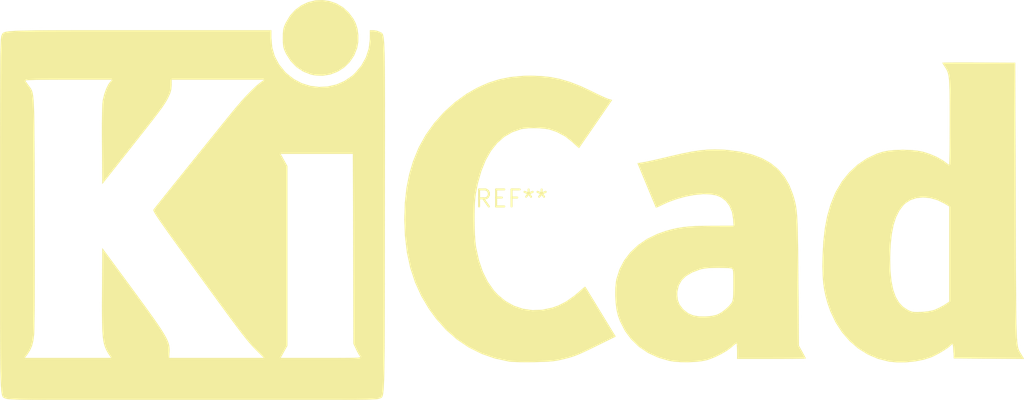
<source format=kicad_pcb>
(kicad_pcb (version 20240108) (generator pcbnew)
  (layers (0 "F.Cu" signal) (31 "B.Cu" signal) (34 "B.Paste" user) (35 "F.Paste" user) (36 "B.SilkS" user "B.Silkscreen") (37 "F.SilkS" user "F.Silkscreen") (38 "B.Mask" user) (39 "F.Mask" user) (44 "Edge.Cuts" user))
  (net 0 "")
  (footprint "KiCad-Logo_30mm_SilkScreen" (layer "F.Cu") (at 0 0)
    (property "Reference" "REF**")
    (property "Value" "KiCad-Logo_30mm_SilkScreen")
    (fp_poly (pts (xy -13.557109 -14.737889) (xy -13.044354 -14.560106) (xy -12.56696 -14.280276) (xy -12.140606 -13.898436) (xy -11.780967 -13.414623) (xy -11.619417 -13.109677) (xy -11.479604 -12.683142) (xy -11.411836 -12.190723) (xy -11.419342 -11.684487) (xy -11.502665 -11.225751) (xy -11.730403 -10.66519) (xy -12.060644 -10.178944) (xy -12.476602 -9.776581) (xy -12.961493 -9.467667) (xy -13.498533 -9.261769) (xy -14.070936 -9.168456) (xy -14.661917 -9.197295) (xy -14.953225 -9.258925) (xy -15.520961 -9.479772) (xy -16.025202 -9.816775) (xy -16.453785 -10.259541) (xy -16.794548 -10.797683) (xy -16.823378 -10.856451) (xy -16.923042 -11.076987) (xy -16.98562 -11.262724) (xy -17.019596 -11.458662) (xy -17.033453 -11.7098) (xy -17.035752 -11.983064) (xy -17.031949 -12.311378) (xy -17.014784 -12.548726) (xy -16.975623 -12.740618) (xy -16.90583 -12.932565) (xy -16.81968 -13.121941) (xy -16.498342 -13.659524) (xy -16.102628 -14.0948) (xy -15.648215 -14.427808) (xy -15.15078 -14.658584) (xy -14.625999 -14.787165) (xy -14.08955 -14.813587) (xy -13.557109 -14.737889)) (layer "F.SilkS") (stroke (width 0.01)) (fill solid))
    (fp_poly (pts (xy 2.187983 -9.148056) (xy 2.924267 -9.067451) (xy 3.6376 -8.923176) (xy 4.357002 -8.707706) (xy 5.111491 -8.413516) (xy 5.930086 -8.033081) (xy 6.077505 -7.959391) (xy 6.415811 -7.792725) (xy 6.73488 -7.642651) (xy 7.00322 -7.523502) (xy 7.189342 -7.449612) (xy 7.217934 -7.440309) (xy 7.491936 -7.358215) (xy 6.26539 -5.573866) (xy 5.965516 -5.137762) (xy 5.691348 -4.739324) (xy 5.452209 -4.392079) (xy 5.257424 -4.109554) (xy 5.116314 -3.905275) (xy 5.038205 -3.792771) (xy 5.025515 -3.774954) (xy 4.973973 -3.812207) (xy 4.847099 -3.924198) (xy 4.667586 -4.090586) (xy 4.568516 -4.184631) (xy 4.007208 -4.63108) (xy 3.376817 -4.97033) (xy 2.833603 -5.156156) (xy 2.507519 -5.214517) (xy 2.099234 -5.250081) (xy 1.656768 -5.262189) (xy 1.228141 -5.250184) (xy 0.861373 -5.213404) (xy 0.715018 -5.185236) (xy 0.055369 -4.958288) (xy -0.539053 -4.61176) (xy -1.067809 -4.146287) (xy -1.530458 -3.562502) (xy -1.92656 -2.861039) (xy -2.255675 -2.042531) (xy -2.517363 -1.107613) (xy -2.672887 -0.307258) (xy -2.713462 0.046067) (xy -2.741108 0.502511) (xy -2.756091 1.029274) (xy -2.75868 1.593556) (xy -2.74914 2.162555) (xy -2.72774 2.703472) (xy -2.694745 3.183507) (xy -2.650424 3.569857) (xy -2.64083 3.629466) (xy -2.429372 4.589652) (xy -2.14126 5.439459) (xy -1.774741 6.182696) (xy -1.328063 6.82317) (xy -1.010999 7.169439) (xy -0.441185 7.63957) (xy 0.183721 7.988052) (xy 0.853177 8.212989) (xy 1.556642 8.312485) (xy 2.283575 8.284643) (xy 3.023434 8.127567) (xy 3.460851 7.973868) (xy 4.066166 7.666092) (xy 4.690052 7.224593) (xy 5.039525 6.926031) (xy 5.235755 6.753228) (xy 5.389927 6.626448) (xy 5.477683 6.56536) (xy 5.488576 6.563495) (xy 5.527745 6.625918) (xy 5.629233 6.790871) (xy 5.784395 7.044214) (xy 5.984585 7.371804) (xy 6.221158 7.759501) (xy 6.485468 8.193163) (xy 6.632585 8.434741) (xy 7.756318 10.280504) (xy 6.353294 10.973874) (xy 5.846012 11.222931) (xy 5.43507 11.419324) (xy 5.095349 11.572807) (xy 4.80173 11.693133) (xy 4.529092 11.790057) (xy 4.252317 11.873333) (xy 3.946285 11.952715) (xy 3.652957 12.022424) (xy 3.39224 12.076365) (xy 3.119581 12.117128) (xy 2.807685 12.146978) (xy 2.429258 12.168175) (xy 1.957004 12.182982) (xy 1.63871 12.189372) (xy 1.184559 12.193735) (xy 0.749085 12.191535) (xy 0.361108 12.183401) (xy 0.049445 12.16996) (xy -0.157084 12.151838) (xy -0.169322 12.150031) (xy -1.241771 11.918013) (xy -2.248875 11.566124) (xy -3.190278 11.094598) (xy -4.065628 10.503666) (xy -4.874569 9.793561) (xy -5.616747 8.964514) (xy -6.154251 8.227688) (xy -6.726471 7.263247) (xy -7.189026 6.244739) (xy -7.544153 5.164001) (xy -7.794089 4.012865) (xy -7.941069 2.783168) (xy -7.987376 1.534499) (xy -7.949291 0.326585) (xy -7.829609 -0.787894) (xy -7.624527 -1.827736) (xy -7.330241 -2.81174) (xy -6.94295 -3.758705) (xy -6.896705 -3.856812) (xy -6.387234 -4.7739) (xy -5.761493 -5.6466) (xy -5.037211 -6.456849) (xy -4.232114 -7.186583) (xy -3.363933 -7.817739) (xy -2.554965 -8.280714) (xy -1.737738 -8.643324) (xy -0.918776 -8.905992) (xy -0.066377 -9.075867) (xy 0.851164 -9.160099) (xy 1.399732 -9.172519) (xy 2.187983 -9.148056)) (layer "F.SilkS") (stroke (width 0.01)) (fill solid))
    (fp_poly (pts (xy 34.027419 -10.160954) (xy 34.608136 -10.158572) (xy 34.805511 -10.157369) (xy 37.519624 -10.139516) (xy 37.553764 0.273119) (xy 37.558273 1.685103) (xy 37.562272 2.967162) (xy 37.566017 4.125929) (xy 37.569766 5.168035) (xy 37.573775 6.100114) (xy 37.578301 6.928797) (xy 37.583601 7.660717) (xy 37.589932 8.302506) (xy 37.597551 8.860795) (xy 37.606714 9.342219) (xy 37.617679 9.753408) (xy 37.630702 10.100995) (xy 37.646041 10.391612) (xy 37.663951 10.631891) (xy 37.68469 10.828466) (xy 37.708515 10.987968) (xy 37.735682 11.117028) (xy 37.766449 11.222281) (xy 37.801072 11.310357) (xy 37.839808 11.38789) (xy 37.882914 11.461511) (xy 37.930647 11.537852) (xy 37.983264 11.623547) (xy 37.994049 11.6418) (xy 38.174991 11.950554) (xy 35.559942 11.93267) (xy 32.944893 11.914785) (xy 32.910753 11.340357) (xy 32.892165 11.064684) (xy 32.872794 10.905307) (xy 32.84651 10.842067) (xy 32.807183 10.854807) (xy 32.774194 10.891246) (xy 32.630493 11.023979) (xy 32.396284 11.194592) (xy 32.104564 11.3827) (xy 31.78833 11.567917) (xy 31.48058 11.729858) (xy 31.244285 11.836403) (xy 30.690687 12.011487) (xy 30.055518 12.135511) (xy 29.385668 12.203736) (xy 28.728028 12.211422) (xy 28.129489 12.153832) (xy 28.119634 12.152183) (xy 27.300634 11.946674) (xy 26.53397 11.619251) (xy 25.827038 11.176952) (xy 25.187231 10.626815) (xy 24.621946 9.975879) (xy 24.138576 9.231181) (xy 23.744516 8.39976) (xy 23.529961 7.783871) (xy 23.388473 7.268614) (xy 23.283547 6.769668) (xy 23.211974 6.256726) (xy 23.170547 5.699477) (xy 23.156058 5.067612) (xy 23.162476 4.551655) (xy 28.200815 4.551655) (xy 28.224657 5.416831) (xy 28.299868 6.161169) (xy 28.42876 6.791275) (xy 28.613648 7.313755) (xy 28.856846 7.735217) (xy 29.160667 8.062265) (xy 29.511366 8.293464) (xy 29.693852 8.379774) (xy 29.852119 8.431519) (xy 30.02857 8.455192) (xy 30.265608 8.457288) (xy 30.520968 8.448071) (xy 31.023155 8.403776) (xy 31.420338 8.317034) (xy 31.545162 8.273584) (xy 31.830188 8.145256) (xy 32.130808 7.984107) (xy 32.262097 7.903441) (xy 32.603495 7.679513) (xy 32.603495 0.581766) (xy 32.227957 0.356663) (xy 31.704231 0.102307) (xy 31.169148 -0.048121) (xy 30.642275 -0.09551) (xy 30.143184 -0.040746) (xy 29.691444 0.115283) (xy 29.306623 0.37169) (xy 29.182454 0.494766) (xy 28.883156 0.898029) (xy 28.640911 1.386177) (xy 28.453695 1.967578) (xy 28.319483 2.650597) (xy 28.236251 3.443603) (xy 28.201974 4.354961) (xy 28.200815 4.551655) (xy 23.162476 4.551655) (xy 23.165148 4.33689) (xy 23.222707 3.212897) (xy 23.338446 2.19907) (xy 23.515412 1.280642) (xy 23.756654 0.442844) (xy 24.065219 -0.329092) (xy 24.17533 -0.557945) (xy 24.618853 -1.304259) (xy 25.154827 -1.967481) (xy 25.77065 -2.536906) (xy 26.45372 -3.001829) (xy 27.191436 -3.351544) (xy 27.633649 -3.495804) (xy 28.067948 -3.581444) (xy 28.590513 -3.632397) (xy 29.157537 -3.648687) (xy 29.725213 -3.630334) (xy 30.249731 -3.577362) (xy 30.670881 -3.494261) (xy 31.172145 -3.331295) (xy 31.657988 -3.121732) (xy 32.083063 -2.8868) (xy 32.309303 -2.727354) (xy 32.465361 -2.60879) (xy 32.574635 -2.536597) (xy 32.599491 -2.526344) (xy 32.607198 -2.592397) (xy 32.614384 -2.781652) (xy 32.620889 -3.080753) (xy 32.626555 -3.476343) (xy 32.631221 -3.955066) (xy 32.634729 -4.503564) (xy 32.63692 -5.108483) (xy 32.637635 -5.724632) (xy 32.637236 -6.51381) (xy 32.635272 -7.179156) (xy 32.630598 -7.733397) (xy 32.622064 -8.189259) (xy 32.608524 -8.559469) (xy 32.58883 -8.856753) (xy 32.561835 -9.093837) (xy 32.52639 -9.283449) (xy 32.481349 -9.438314) (xy 32.425564 -9.57116) (xy 32.357886 -9.694712) (xy 32.27717 -9.821698) (xy 32.266785 -9.837421) (xy 32.162679 -10.001887) (xy 32.099825 -10.11498) (xy 32.091398 -10.138835) (xy 32.157258 -10.146362) (xy 32.345173 -10.152485) (xy 32.640645 -10.157104) (xy 33.029175 -10.160122) (xy 33.496266 -10.161438) (xy 34.027419 -10.160954)) (layer "F.SilkS") (stroke (width 0.01)) (fill solid))
    (fp_poly (pts (xy 15.752379 -3.65908) (xy 16.090681 -3.633472) (xy 17.058606 -3.504693) (xy 17.915805 -3.299292) (xy 18.666452 -3.014443) (xy 19.314723 -2.647319) (xy 19.864792 -2.195095) (xy 20.320836 -1.654943) (xy 20.68703 -1.024039) (xy 20.95443 -0.341398) (xy 21.022305 -0.123646) (xy 21.081411 0.080268) (xy 21.132444 0.281323) (xy 21.1761 0.490498) (xy 21.213076 0.718771) (xy 21.24407 0.977119) (xy 21.269778 1.276523) (xy 21.290897 1.627958) (xy 21.308123 2.042405) (xy 21.322154 2.530841) (xy 21.333685 3.104245) (xy 21.343415 3.773594) (xy 21.35204 4.549868) (xy 21.360256 5.444045) (xy 21.36613 6.145162) (xy 21.405646 10.958871) (xy 21.661694 11.422109) (xy 21.782939 11.645278) (xy 21.873166 11.818621) (xy 21.91621 11.910885) (xy 21.917742 11.917136) (xy 21.851951 11.924288) (xy 21.664529 11.930879) (xy 21.370403 11.936722) (xy 20.984502 11.941632) (xy 20.521752 11.945425) (xy 19.997083 11.947914) (xy 19.42542 11.948914) (xy 19.357259 11.948925) (xy 16.796775 11.948925) (xy 16.796775 11.368549) (xy 16.792409 11.106267) (xy 16.780757 10.905678) (xy 16.763992 10.798129) (xy 16.756582 10.788172) (xy 16.68881 10.829876) (xy 16.549329 10.939328) (xy 16.36804 11.09304) (xy 16.363975 11.096595) (xy 16.033145 11.3429) (xy 15.615334 11.590223) (xy 15.157751 11.814266) (xy 14.707608 11.990733) (xy 14.509409 12.051037) (xy 14.114979 12.127629) (xy 13.630995 12.176505) (xy 13.101761 12.196967) (xy 12.571581 12.188319) (xy 12.084762 12.149863) (xy 11.744087 12.094527) (xy 10.908637 11.849191) (xy 10.156509 11.499548) (xy 9.4926 11.049935) (xy 8.921804 10.504691) (xy 8.449016 9.868154) (xy 8.079133 9.14466) (xy 7.919563 8.705645) (xy 7.819559 8.278942) (xy 7.753284 7.766696) (xy 7.722619 7.21616) (xy 7.723628 7.136052) (xy 12.341533 7.136052) (xy 12.379827 7.545133) (xy 12.507338 7.885106) (xy 12.743013 8.20052) (xy 12.833529 8.293009) (xy 13.155302 8.543052) (xy 13.527213 8.703235) (xy 13.972785 8.780774) (xy 14.441998 8.786482) (xy 14.887037 8.748786) (xy 15.227782 8.675052) (xy 15.375766 8.619672) (xy 15.642489 8.46874) (xy 15.925094 8.256474) (xy 16.182939 8.018239) (xy 16.375378 7.789401) (xy 16.426479 7.705454) (xy 16.466203 7.587894) (xy 16.494446 7.400832) (xy 16.512524 7.126401) (xy 16.521752 6.74673) (xy 16.523656 6.385388) (xy 16.522366 5.964111) (xy 16.517153 5.659497) (xy 16.506006 5.451665) (xy 16.486915 5.320731) (xy 16.457867 5.246815) (xy 16.416853 5.210032) (xy 16.404167 5.204175) (xy 16.293928 5.186132) (xy 16.076503 5.171376) (xy 15.781253 5.161234) (xy 15.437537 5.157038) (xy 15.362904 5.157034) (xy 14.903466 5.164366) (xy 14.548519 5.186174) (xy 14.266479 5.225443) (xy 14.033507 5.282795) (xy 13.455616 5.501339) (xy 13.002434 5.770026) (xy 12.670038 6.093155) (xy 12.454504 6.475025) (xy 12.351907 6.919931) (xy 12.341533 7.136052) (xy 7.723628 7.136052) (xy 7.729442 6.674585) (xy 7.775633 6.189222) (xy 7.811662 5.99313) (xy 8.041726 5.265044) (xy 8.39156 4.595135) (xy 8.85456 3.98983) (xy 9.424122 3.455553) (xy 10.093643 2.99873) (xy 10.856519 2.625787) (xy 11.505108 2.399318) (xy 11.938586 2.28034) (xy 12.353207 2.187889) (xy 12.775824 2.118964) (xy 13.233295 2.070561) (xy 13.752475 2.039679) (xy 14.360219 2.023316) (xy 14.909682 2.018708) (xy 16.538987 2.014248) (xy 16.507775 1.524495) (xy 16.419144 0.993107) (xy 16.230604 0.536359) (xy 15.950184 0.165655) (xy 15.585911 -0.1076) (xy 15.265161 -0.240939) (xy 14.805589 -0.324975) (xy 14.258486 -0.337043) (xy 13.649501 -0.281591) (xy 13.004278 -0.16307) (xy 12.348464 0.014073) (xy 11.707706 0.245389) (xy 11.242062 0.456945) (xy 11.018029 0.565579) (xy 10.847148 0.641452) (xy 10.760245 0.671058) (xy 10.755528 0.670108) (xy 10.72554 0.603795) (xy 10.650657 0.428025) (xy 10.537926 0.159639) (xy 10.394394 -0.184525) (xy 10.227107 -0.587626) (xy 10.057062 -0.999011) (xy 9.377244 -2.646679) (xy 9.8608 -2.726103) (xy 10.070388 -2.765952) (xy 10.385458 -2.832882) (xy 10.779021 -2.920816) (xy 11.224085 -3.023679) (xy 11.69366 -3.135394) (xy 11.880646 -3.180792) (xy 12.689597 -3.368421) (xy 13.397832 -3.509094) (xy 14.031788 -3.605653) (xy 14.617906 -3.660942) (xy 15.182623 -3.677804) (xy 15.752379 -3.65908)) (layer "F.SilkS") (stroke (width 0.01)) (fill solid))
    (fp_poly (pts (xy -29.618613 -12.563646) (xy -28.303107 -12.563468) (xy -27.690756 -12.563441) (xy -17.889247 -12.563441) (xy -17.889247 -11.985665) (xy -17.827578 -11.282559) (xy -17.641458 -10.634102) (xy -17.329214 -10.036439) (xy -16.889174 -9.485715) (xy -16.740294 -9.336975) (xy -16.204737 -8.915072) (xy -15.614222 -8.607369) (xy -14.98629 -8.413725) (xy -14.33848 -8.334001) (xy -13.688331 -8.368059) (xy -13.053381 -8.515757) (xy -12.45117 -8.776956) (xy -11.899237 -9.151517) (xy -11.651356 -9.377497) (xy -11.189432 -9.931559) (xy -10.850708 -10.540846) (xy -10.638139 -11.198393) (xy -10.554679 -11.897234) (xy -10.553569 -11.965983) (xy -10.549193 -12.563419) (xy -10.28661 -12.56343) (xy -10.053674 -12.531816) (xy -9.840888 -12.454898) (xy -9.826826 -12.446951) (xy -9.778767 -12.422015) (xy -9.734635 -12.402594) (xy -9.694269 -12.383033) (xy -9.657511 -12.357674) (xy -9.624201 -12.320861) (xy -9.594179 -12.266937) (xy -9.567287 -12.190246) (xy -9.543364 -12.085131) (xy -9.52225 -11.945935) (xy -9.503788 -11.767002) (xy -9.487816 -11.542674) (xy -9.474176 -11.267295) (xy -9.462708 -10.935209) (xy -9.453252 -10.540759) (xy -9.445649 -10.078288) (xy -9.43974 -9.542139) (xy -9.435365 -8.926656) (xy -9.432365 -8.226182) (xy -9.430579 -7.435061) (xy -9.429849 -6.547635) (xy -9.430015 -5.558248) (xy -9.430918 -4.461244) (xy -9.432398 -3.250965) (xy -9.434295 -1.921755) (xy -9.43645 -0.467958) (xy -9.438704 1.116084) (xy -9.438966 1.309073) (xy -9.440987 2.903217) (xy -9.442702 4.366457) (xy -9.444292 5.704446) (xy -9.445939 6.92284) (xy -9.447825 8.027292) (xy -9.450131 9.023456) (xy -9.453039 9.916987) (xy -9.45673 10.713539) (xy -9.461386 11.418765) (xy -9.467189 12.03832) (xy -9.47432 12.577858) (xy -9.482961 13.043033) (xy -9.493293 13.4395) (xy -9.505498 13.772911) (xy -9.519758 14.048923) (xy -9.536254 14.273188) (xy -9.555167 14.45136) (xy -9.57668 14.589095) (xy -9.600974 14.692045) (xy -9.62823 14.765866) (xy -9.658631 14.816211) (xy -9.692357 14.848734) (xy -9.72959 14.86909) (xy -9.770513 14.882933) (xy -9.815306 14.895916) (xy -9.864151 14.913694) (xy -9.876083 14.919106) (xy -9.913584 14.931267) (xy -9.976351 14.94244) (xy -10.069863 14.952666) (xy -10.199602 14.961983) (xy -10.371048 14.970432) (xy -10.589681 14.978053) (xy -10.860983 14.984885) (xy -11.190433 14.990969) (xy -11.583513 14.996343) (xy -12.045702 15.001048) (xy -12.582482 15.005123) (xy -13.199332 15.008609) (xy -13.901734 15.011544) (xy -14.695168 15.013969) (xy -15.585115 15.015924) (xy -16.577054 15.017449) (xy -17.676468 15.018582) (xy -18.888836 15.019364) (xy -20.219638 15.019835) (xy -21.674356 15.020034) (xy -23.25847 15.020001) (xy -23.771609 15.019951) (xy -25.390865 15.019691) (xy -26.879109 15.019266) (xy -28.241886 15.018632) (xy -29.484742 15.017747) (xy -30.613223 15.016566) (xy -31.632877 15.015047) (xy -32.549247 15.013146) (xy -33.367882 15.010819) (xy -34.094327 15.008024) (xy -34.734128 15.004717) (xy -35.292831 15.000854) (xy -35.775983 14.996393) (xy -36.189129 14.99129) (xy -36.537816 14.985502) (xy -36.82759 14.978985) (xy -37.063997 14.971696) (xy -37.252583 14.963592) (xy -37.398894 14.954629) (xy -37.508477 14.944764) (xy -37.586877 14.933954) (xy -37.639641 14.922155) (xy -37.668405 14.911351) (xy -37.719527 14.889791) (xy -37.766466 14.873893) (xy -37.809399 14.858009) (xy -37.848504 14.836494) (xy -37.883959 14.803701) (xy -37.915941 14.753985) (xy -37.944629 14.681699) (xy -37.970199 14.581197) (xy -37.99283 14.446834) (xy -38.012699 14.272962) (xy -38.029983 14.053936) (xy -38.044862 13.784111) (xy -38.057512 13.457838) (xy -38.068111 13.069473) (xy -38.076836 12.61337) (xy -38.083866 12.083882) (xy -38.085706 11.880645) (xy -36.263401 11.880645) (xy -29.822466 11.880645) (xy -29.946401 11.692877) (xy -30.069692 11.49992) (xy -30.174097 11.316174) (xy -30.261101 11.128782) (xy -30.33219 10.924883) (xy -30.388848 10.69162) (xy -30.432561 10.416132) (xy -30.464813 10.085562) (xy -30.48709 9.687051) (xy -30.500877 9.207739) (xy -30.507659 8.634769) (xy -30.50892 7.95528) (xy -30.506146 7.156415) (xy -30.504573 6.85983) (xy -30.486827 3.680309) (xy -28.47258 6.422527) (xy -27.901947 7.200459) (xy -27.407562 7.877858) (xy -26.984086 8.463697) (xy -26.626182 8.966951) (xy -26.328511 9.396594) (xy -26.085735 9.761601) (xy -25.892516 10.070946) (xy -25.743515 10.333604) (xy -25.633396 10.55855) (xy -25.556818 10.754757) (xy -25.508444 10.931201) (xy -25.482937 11.096855) (xy -25.474957 11.260694) (xy -25.479166 11.431693) (xy -25.480241 11.453186) (xy -25.502419 11.880932) (xy -21.973089 11.880789) (xy -18.44376 11.880645) (xy -18.968788 11.35125) (xy -19.111258 11.206456) (xy -19.246414 11.065564) (xy -19.380187 10.920806) (xy -19.518509 10.764411) (xy -19.667312 10.588609) (xy -19.832526 10.385629) (xy -20.020084 10.147702) (xy -20.235917 9.867057) (xy -20.485955 9.535925) (xy -20.776132 9.146535) (xy -21.112378 8.691117) (xy -21.500625 8.1619) (xy -21.946804 7.551116) (xy -22.456847 6.850993) (xy -23.036686 6.053762) (xy -23.511953 5.3998) (xy -24.108429 4.57823) (xy -24.628769 3.859893) (xy -25.077685 3.237968) (xy -25.45989 2.705635) (xy -25.7801 2.256075) (xy -26.043028 1.882467) (xy -26.253387 1.577991) (xy -26.415891 1.335827) (xy -26.535255 1.149156) (xy -26.616191 1.011158) (xy -26.663414 0.915011) (xy -26.681637 0.853897) (xy -26.676159 0.821766) (xy -26.609781 0.736261) (xy -26.466268 0.55527) (xy -26.254281 0.289551) (xy -25.982478 -0.050137) (xy -25.659518 -0.453038) (xy -25.294063 -0.908393) (xy -24.89477 -1.405443) (xy -24.4703 -1.933432) (xy -24.029312 -2.481601) (xy -23.580466 -3.039191) (xy -23.333584 -3.345699) (xy -17.203867 -3.345699) (xy -16.949111 -2.884812) (xy -16.694354 -2.423924) (xy -16.694354 10.958871) (xy -16.949111 11.419758) (xy -17.203867 11.880645) (xy -14.190276 11.880645) (xy -13.47085 11.880436) (xy -12.876615 11.879492) (xy -12.396202 11.877339) (xy -12.018243 11.8735) (xy -11.731369 11.867501) (xy -11.524212 11.858867) (xy -11.385402 11.847123) (xy -11.303573 11.831793) (xy -11.267355 11.812404) (xy -11.26538 11.788479) (xy -11.28628 11.759543) (xy -11.286496 11.759304) (xy -11.372588 11.634768) (xy -11.48659 11.432276) (xy -11.587267 11.230138) (xy -11.778225 10.822312) (xy -11.797701 3.738307) (xy -11.817176 -3.345699) (xy -17.203867 -3.345699) (xy -23.333584 -3.345699) (xy -23.132421 -3.595446) (xy -22.693837 -4.139607) (xy -22.273373 -4.660916) (xy -21.87969 -5.148615) (xy -21.521445 -5.591947) (xy -21.2073 -5.980153) (xy -20.945914 -6.302474) (xy -20.745945 -6.548155) (xy -20.628492 -6.691398) (xy -20.172406 -7.227048) (xy -19.733629 -7.710424) (xy -19.327537 -8.1257) (xy -18.969511 -8.45705) (xy -18.715427 -8.660196) (xy -18.414994 -8.876344) (xy -25.324597 -8.876344) (xy -25.322658 -8.470884) (xy -25.341969 -8.172792) (xy -25.414569 -7.896433) (xy -25.526954 -7.634459) (xy -25.600008 -7.48646) (xy -25.678555 -7.339813) (xy -25.76977 -7.184783) (xy -25.880827 -7.011636) (xy -26.018902 -6.810635) (xy -26.19117 -6.572046) (xy -26.404807 -6.286133) (xy -26.666987 -5.943161) (xy -26.984887 -5.533394) (xy -27.365681 -5.047098) (xy -27.816544 -4.474538) (xy -28.344652 -3.805977) (xy -28.404301 -3.730542) (xy -30.486827 -1.097013) (xy -30.506988 -4.013694) (xy -30.511047 -4.887326) (xy -30.510183 -5.626924) (xy -30.504353 -6.234925) (xy -30.493515 -6.713768) (xy -30.477626 -7.06589) (xy -30.456646 -7.293729) (xy -30.449594 -7.336949) (xy -30.338959 -7.792207) (xy -30.194002 -8.202624) (xy -30.02859 -8.532614) (xy -29.929217 -8.67257) (xy -29.757753 -8.876344) (xy -33.011132 -8.876344) (xy -33.78721 -8.87568) (xy -34.436192 -8.873521) (xy -34.967533 -8.869614) (xy -35.390689 -8.863707) (xy -35.715118 -8.855548) (xy -35.950276 -8.844886) (xy -36.105618 -8.831468) (xy -36.190602 -8.815041) (xy -36.214683 -8.795355) (xy -36.213018 -8.790994) (xy -36.144049 -8.686891) (xy -36.028908 -8.521879) (xy -35.969337 -8.438423) (xy -35.907746 -8.35514) (xy -35.852386 -8.280664) (xy -35.802908 -8.207666) (xy -35.758962 -8.128815) (xy -35.720201 -8.036783) (xy -35.686276 -7.924242) (xy -35.656838 -7.783861) (xy -35.631539 -7.608311) (xy -35.61003 -7.390264) (xy -35.591963 -7.122391) (xy -35.576989 -6.797361) (xy -35.564759 -6.407846) (xy -35.554926 -5.946518) (xy -35.54714 -5.406046) (xy -35.541053 -4.779101) (xy -35.536317 -4.058355) (xy -35.532582 -3.236478) (xy -35.529501 -2.306141) (xy -35.526724 -1.260015) (xy -35.523904 -0.090771) (xy -35.521267 0.983386) (xy -35.518778 2.180883) (xy -35.517484 3.323407) (xy -35.517351 4.40366) (xy -35.518343 5.414345) (xy -35.520428 6.348163) (xy -35.52357 7.197817) (xy -35.527734 7.95601) (xy -35.532888 8.615443) (xy -35.538996 9.168819) (xy -35.546024 9.608839) (xy -35.553937 9.928207) (xy -35.562702 10.119624) (xy -35.564361 10.139854) (xy -35.62476 10.60392) (xy -35.719057 10.976617) (xy -35.862658 11.301877) (xy -36.07097 11.623631) (xy -36.097026 11.658737) (xy -36.263401 11.880645) (xy -38.085706 11.880645) (xy -38.089378 11.475363) (xy -38.09355 10.782168) (xy -38.09656 9.998649) (xy -38.098585 9.119161) (xy -38.099802 8.138058) (xy -38.10039 7.049693) (xy -38.100526 5.848421) (xy -38.100389 4.528595) (xy -38.100156 3.08457) (xy -38.100004 1.510699) (xy -38.099999 1.198253) (xy -38.099911 -0.392194) (xy -38.099615 -1.851686) (xy -38.099069 -3.185829) (xy -38.098229 -4.400227) (xy -38.097052 -5.500486) (xy -38.095494 -6.492209) (xy -38.093513 -7.381002) (xy -38.091063 -8.172469) (xy -38.088102 -8.872216) (xy -38.084587 -9.485846) (xy -38.080474 -10.018966) (xy -38.075719 -10.477178) (xy -38.07028 -10.86609) (xy -38.064111 -11.191304) (xy -38.057171 -11.458426) (xy -38.049416 -11.673061) (xy -38.040801 -11.840813) (xy -38.031285 -11.967288) (xy -38.020822 -12.05809) (xy -38.00937 -12.118823) (xy -37.996886 -12.155093) (xy -37.996424 -12.155998) (xy -37.97071 -12.211406) (xy -37.949293 -12.261569) (xy -37.925601 -12.306746) (xy -37.893062 -12.347198) (xy -37.845107 -12.383184) (xy -37.775161 -12.414965) (xy -37.676656 -12.442799) (xy -37.543017 -12.466948) (xy -37.367675 -12.48767) (xy -37.144057 -12.505225) (xy -36.865592 -12.519873) (xy -36.525709 -12.531875) (xy -36.117835 -12.54149) (xy -35.6354 -12.548977) (xy -35.071831 -12.554596) (xy -34.420558 -12.558608) (xy -33.675008 -12.561272) (xy -32.82861 -12.562848) (xy -31.874792 -12.563596) (xy -30.806984 -12.563775) (xy -29.618613 -12.563646)) (layer "F.SilkS") (stroke (width 0.01)) (fill solid))
  )
)
</source>
